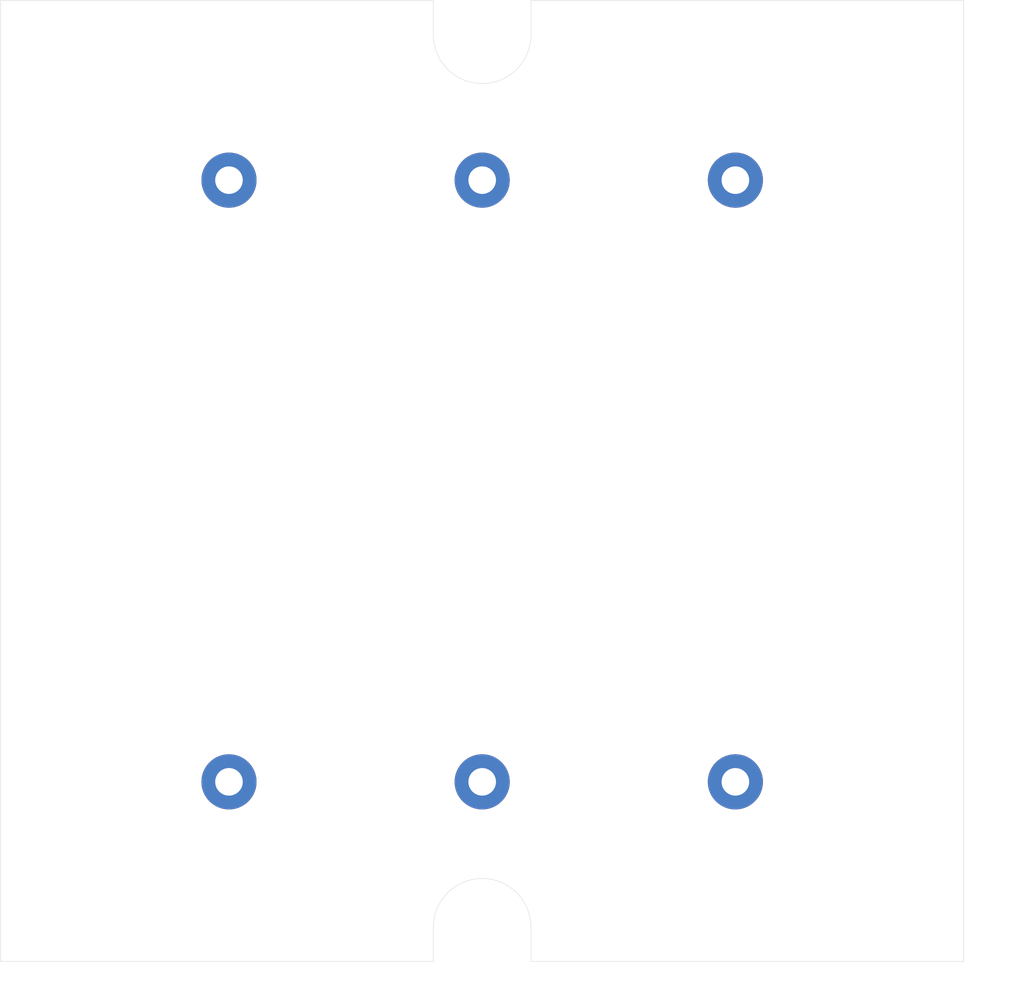
<source format=kicad_pcb>
(kicad_pcb (version 20171130) (host pcbnew "(5.1.4)-1")

  (general
    (thickness 1.6)
    (drawings 14)
    (tracks 0)
    (zones 0)
    (modules 6)
    (nets 1)
  )

  (page A4)
  (layers
    (0 F.Cu signal)
    (31 B.Cu signal)
    (32 B.Adhes user)
    (33 F.Adhes user)
    (34 B.Paste user)
    (35 F.Paste user)
    (36 B.SilkS user)
    (37 F.SilkS user)
    (38 B.Mask user)
    (39 F.Mask user)
    (40 Dwgs.User user)
    (41 Cmts.User user)
    (42 Eco1.User user)
    (43 Eco2.User user)
    (44 Edge.Cuts user)
    (45 Margin user)
    (46 B.CrtYd user)
    (47 F.CrtYd user)
    (48 B.Fab user)
    (49 F.Fab user)
  )

  (setup
    (last_trace_width 0.25)
    (trace_clearance 0.2)
    (zone_clearance 0.508)
    (zone_45_only no)
    (trace_min 0.2)
    (via_size 0.8)
    (via_drill 0.4)
    (via_min_size 0.4)
    (via_min_drill 0.3)
    (uvia_size 0.3)
    (uvia_drill 0.1)
    (uvias_allowed no)
    (uvia_min_size 0.2)
    (uvia_min_drill 0.1)
    (edge_width 0.05)
    (segment_width 0.2)
    (pcb_text_width 0.3)
    (pcb_text_size 1.5 1.5)
    (mod_edge_width 0.12)
    (mod_text_size 1 1)
    (mod_text_width 0.15)
    (pad_size 7 7)
    (pad_drill 3.5)
    (pad_to_mask_clearance 0.051)
    (solder_mask_min_width 0.25)
    (aux_axis_origin 15 137)
    (visible_elements 7FFFFFFF)
    (pcbplotparams
      (layerselection 0x010fc_ffffffff)
      (usegerberextensions false)
      (usegerberattributes false)
      (usegerberadvancedattributes false)
      (creategerberjobfile false)
      (excludeedgelayer true)
      (linewidth 0.100000)
      (plotframeref false)
      (viasonmask false)
      (mode 1)
      (useauxorigin false)
      (hpglpennumber 1)
      (hpglpenspeed 20)
      (hpglpendiameter 15.000000)
      (psnegative false)
      (psa4output false)
      (plotreference true)
      (plotvalue true)
      (plotinvisibletext false)
      (padsonsilk false)
      (subtractmaskfromsilk false)
      (outputformat 1)
      (mirror false)
      (drillshape 1)
      (scaleselection 1)
      (outputdirectory ""))
  )

  (net 0 "")

  (net_class Default "This is the default net class."
    (clearance 0.2)
    (trace_width 0.25)
    (via_dia 0.8)
    (via_drill 0.4)
    (uvia_dia 0.3)
    (uvia_drill 0.1)
  )

  (module MountingHole:MountingHole_3.5mm_Pad (layer F.Cu) (tedit 5D742C20) (tstamp 5D7470C9)
    (at 44 114.2)
    (descr "Mounting Hole 3.5mm")
    (tags "mounting hole 3.5mm")
    (attr virtual)
    (fp_text reference ~ (at 0 -4.5) (layer F.SilkS) hide
      (effects (font (size 1 1) (thickness 0.15)))
    )
    (fp_text value ~ (at 0 4.5) (layer F.Fab) hide
      (effects (font (size 1 1) (thickness 0.15)))
    )
    (fp_text user %R (at 0.3 0) (layer F.Fab)
      (effects (font (size 1 1) (thickness 0.15)))
    )
    (fp_circle (center 0 0) (end 3.5 0) (layer Cmts.User) (width 0.15))
    (fp_circle (center 0 0) (end 3.75 0) (layer F.CrtYd) (width 0.05))
    (pad ~ thru_hole circle (at 0 0) (size 7 7) (drill 3.5) (layers *.Cu *.Mask))
  )

  (module MountingHole:MountingHole_3.5mm_Pad (layer F.Cu) (tedit 5D742C0D) (tstamp 5D7470B9)
    (at 44 37.8)
    (descr "Mounting Hole 3.5mm")
    (tags "mounting hole 3.5mm")
    (attr virtual)
    (fp_text reference ~ (at 0 -4.5) (layer F.SilkS) hide
      (effects (font (size 1 1) (thickness 0.15)))
    )
    (fp_text value ~ (at 0 4.5) (layer F.Fab) hide
      (effects (font (size 1 1) (thickness 0.15)))
    )
    (fp_text user %R (at 0.3 0) (layer F.Fab)
      (effects (font (size 1 1) (thickness 0.15)))
    )
    (fp_circle (center 0 0) (end 3.5 0) (layer Cmts.User) (width 0.15))
    (fp_circle (center 0 0) (end 3.75 0) (layer F.CrtYd) (width 0.05))
    (pad ~ thru_hole circle (at 0 0) (size 7 7) (drill 3.5) (layers *.Cu *.Mask))
  )

  (module MountingHole:MountingHole_3.5mm_Pad (layer F.Cu) (tedit 5D742C2F) (tstamp 5D7470A8)
    (at 108.3 114.2)
    (descr "Mounting Hole 3.5mm")
    (tags "mounting hole 3.5mm")
    (attr virtual)
    (fp_text reference ~ (at 0 -4.5) (layer F.SilkS) hide
      (effects (font (size 1 1) (thickness 0.15)))
    )
    (fp_text value ~ (at 0 4.5) (layer F.Fab) hide
      (effects (font (size 1 1) (thickness 0.15)))
    )
    (fp_text user %R (at 0.3 0) (layer F.Fab)
      (effects (font (size 1 1) (thickness 0.15)))
    )
    (fp_circle (center 0 0) (end 3.5 0) (layer Cmts.User) (width 0.15))
    (fp_circle (center 0 0) (end 3.75 0) (layer F.CrtYd) (width 0.05))
    (pad ~ thru_hole circle (at 0 0) (size 7 7) (drill 3.5) (layers *.Cu *.Mask))
  )

  (module MountingHole:MountingHole_3.5mm_Pad (layer F.Cu) (tedit 5D742C19) (tstamp 5D74708A)
    (at 108.3 37.8)
    (descr "Mounting Hole 3.5mm")
    (tags "mounting hole 3.5mm")
    (attr virtual)
    (fp_text reference ~ (at 0 -4.5) (layer F.SilkS) hide
      (effects (font (size 1 1) (thickness 0.15)))
    )
    (fp_text value ~ (at 0 4.5) (layer F.Fab) hide
      (effects (font (size 1 1) (thickness 0.15)))
    )
    (fp_circle (center 0 0) (end 3.75 0) (layer F.CrtYd) (width 0.05))
    (fp_circle (center 0 0) (end 3.5 0) (layer Cmts.User) (width 0.15))
    (fp_text user %R (at 0.3 0) (layer F.Fab)
      (effects (font (size 1 1) (thickness 0.15)))
    )
    (pad ~ thru_hole circle (at 0 0) (size 7 7) (drill 3.5) (layers *.Cu *.Mask))
  )

  (module MountingHole:MountingHole_3.5mm_Pad (layer F.Cu) (tedit 5D742C28) (tstamp 5D74705C)
    (at 76.15 114.2)
    (descr "Mounting Hole 3.5mm")
    (tags "mounting hole 3.5mm")
    (attr virtual)
    (fp_text reference ~ (at 0 -4.5) (layer F.SilkS) hide
      (effects (font (size 1 1) (thickness 0.15)))
    )
    (fp_text value ~ (at 0 4.5) (layer F.Fab) hide
      (effects (font (size 1 1) (thickness 0.15)))
    )
    (fp_text user %R (at 0.3 0) (layer F.Fab)
      (effects (font (size 1 1) (thickness 0.15)))
    )
    (fp_circle (center 0 0) (end 3.5 0) (layer Cmts.User) (width 0.15))
    (fp_circle (center 0 0) (end 3.75 0) (layer F.CrtYd) (width 0.05))
    (pad ~ thru_hole circle (at 0 0) (size 7 7) (drill 3.5) (layers *.Cu *.Mask))
  )

  (module MountingHole:MountingHole_3.5mm_Pad (layer F.Cu) (tedit 5D742C12) (tstamp 5D74705A)
    (at 76.15 37.8)
    (descr "Mounting Hole 3.5mm")
    (tags "mounting hole 3.5mm")
    (attr virtual)
    (fp_text reference ~ (at 0 -4.5) (layer F.SilkS) hide
      (effects (font (size 1 1) (thickness 0.15)))
    )
    (fp_text value ~ (at 0 4.5) (layer F.Fab) hide
      (effects (font (size 1 1) (thickness 0.15)))
    )
    (fp_circle (center 0 0) (end 3.75 0) (layer F.CrtYd) (width 0.05))
    (fp_circle (center 0 0) (end 3.5 0) (layer Cmts.User) (width 0.15))
    (fp_text user %R (at 0.3 0) (layer F.Fab)
      (effects (font (size 1 1) (thickness 0.15)))
    )
    (pad ~ thru_hole circle (at 0 0) (size 7 7) (drill 3.5) (layers *.Cu *.Mask))
  )

  (gr_line (start 82.35 137) (end 137.3 137) (layer Edge.Cuts) (width 0.05) (tstamp 5D7471FC))
  (gr_arc (start 76.15 132.67) (end 82.35 132.67) (angle -180) (layer Edge.Cuts) (width 0.05) (tstamp 5D7471E9))
  (gr_line (start 82.35 132.67) (end 82.35 137) (layer Edge.Cuts) (width 0.05) (tstamp 5D7471E5))
  (gr_line (start 69.95 132.67) (end 69.95 137) (layer Edge.Cuts) (width 0.05) (tstamp 5D7471E0))
  (gr_arc (start 76.15 19.33) (end 69.95 19.33) (angle -180) (layer Edge.Cuts) (width 0.05))
  (gr_line (start 82.35 15) (end 137.3 15) (layer Edge.Cuts) (width 0.05) (tstamp 5D7471B5))
  (gr_line (start 69.95 15) (end 69.95 19.33) (layer Edge.Cuts) (width 0.05) (tstamp 5D7471AE))
  (gr_line (start 82.35 15) (end 82.35 19.33) (layer Edge.Cuts) (width 0.05))
  (dimension 122 (width 0.15) (layer Dwgs.User)
    (gr_text "122,000 mm" (at 143.6 76 90) (layer Dwgs.User)
      (effects (font (size 1 1) (thickness 0.15)))
    )
    (feature1 (pts (xy 137.3 15) (xy 142.886421 15)))
    (feature2 (pts (xy 137.3 137) (xy 142.886421 137)))
    (crossbar (pts (xy 142.3 137) (xy 142.3 15)))
    (arrow1a (pts (xy 142.3 15) (xy 142.886421 16.126504)))
    (arrow1b (pts (xy 142.3 15) (xy 141.713579 16.126504)))
    (arrow2a (pts (xy 142.3 137) (xy 142.886421 135.873496)))
    (arrow2b (pts (xy 142.3 137) (xy 141.713579 135.873496)))
  )
  (dimension 122.3 (width 0.15) (layer Dwgs.User)
    (gr_text "122,300 mm" (at 76.15 143.3) (layer Dwgs.User)
      (effects (font (size 1 1) (thickness 0.15)))
    )
    (feature1 (pts (xy 137.3 137) (xy 137.3 142.586421)))
    (feature2 (pts (xy 15 137) (xy 15 142.586421)))
    (crossbar (pts (xy 15 142) (xy 137.3 142)))
    (arrow1a (pts (xy 137.3 142) (xy 136.173496 142.586421)))
    (arrow1b (pts (xy 137.3 142) (xy 136.173496 141.413579)))
    (arrow2a (pts (xy 15 142) (xy 16.126504 142.586421)))
    (arrow2b (pts (xy 15 142) (xy 16.126504 141.413579)))
  )
  (gr_line (start 137.3 137) (end 137.3 15) (layer Edge.Cuts) (width 0.05) (tstamp 5D747028))
  (gr_line (start 15 15) (end 15 137) (layer Edge.Cuts) (width 0.05) (tstamp 5D747027))
  (gr_line (start 15 137) (end 69.95 137) (layer Edge.Cuts) (width 0.05) (tstamp 5D74701E))
  (gr_line (start 15 15) (end 69.95 15) (layer Edge.Cuts) (width 0.05))

)

</source>
